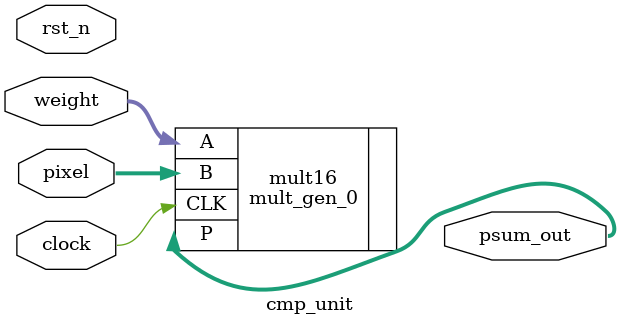
<source format=v>
`timescale 1ns / 1ps

module cmp_unit
#(parameter DATA_WID=16)
    (
    input clock,
    input rst_n,
    input signed [DATA_WID-1:0] weight,
    input signed [DATA_WID-1:0] pixel,
    
    output [2*DATA_WID-1:0] psum_out
);

mult_gen_0 mult16(
    .CLK(clock),
    .A(weight),
    .B(pixel),
    .P(psum_out)
);

endmodule
</source>
